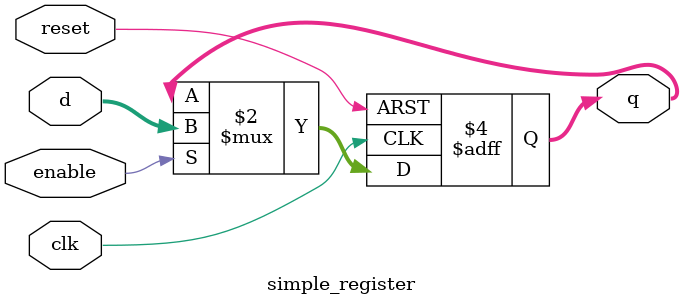
<source format=v>
module simple_register (
    input wire clk,         
    input wire reset,      
    input wire enable,      
    input wire [7:0] d,     
    output reg [7:0] q      
);

    always @(posedge clk or posedge reset) begin
        if (reset) begin
            q <= 8'b0; 
        end else if (enable) begin
            q <= d;   
        end
    end

endmodule

</source>
